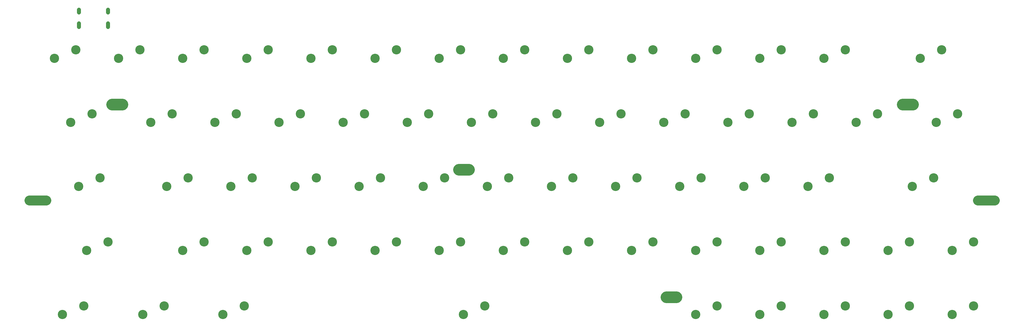
<source format=gts>
G04 Layer: TopSolderMaskLayer*
G04 EasyEDA v6.4.7, 2020-11-18T11:17:11+08:00*
G04 fbb30233ba194d4b9104cbe7c287d4b3,98eef565fa774a6b8f51c3c50c7f61d6,10*
G04 Gerber Generator version 0.2*
G04 Scale: 100 percent, Rotated: No, Reflected: No *
G04 Dimensions in millimeters *
G04 leading zeros omitted , absolute positions ,3 integer and 3 decimal *
%FSLAX33Y33*%
%MOMM*%
G90*
D02*

%ADD15C,2.999994*%
%ADD16C,3.499993*%
%ADD37C,1.203198*%
%ADD38C,2.743200*%

%LPD*%
G54D15*
G01X-666Y38251D02*
G01X4334Y38251D01*
G54D16*
G01X23884Y66841D02*
G01X26884Y66841D01*
G01X258763Y66841D02*
G01X261763Y66841D01*
G01X126873Y47431D02*
G01X129873Y47431D01*
G01X188513Y9521D02*
G01X191513Y9521D01*
G54D15*
G01X281043Y38251D02*
G01X286043Y38251D01*
G54D37*
G01X22704Y94184D02*
G01X22704Y94984D01*
G01X14064Y94184D02*
G01X14064Y94984D01*
G01X22704Y89884D02*
G01X22704Y90984D01*
G01X14064Y89884D02*
G01X14064Y90984D01*
G54D38*
G01X56792Y4302D03*
G01X63142Y6842D03*
G01X32983Y4302D03*
G01X39333Y6842D03*
G01X9173Y4302D03*
G01X15523Y6842D03*
G01X13933Y42402D03*
G01X20283Y44942D03*
G01X16312Y23352D03*
G01X22662Y25892D03*
G01X263962Y80502D03*
G01X270312Y83042D03*
G01X261582Y42402D03*
G01X267932Y44942D03*
G01X279832Y6842D03*
G01X273482Y4302D03*
G01X260782Y6842D03*
G01X254432Y4302D03*
G01X241732Y6842D03*
G01X235382Y4302D03*
G01X222692Y6842D03*
G01X216342Y4302D03*
G01X203632Y6842D03*
G01X197282Y4302D03*
G01X279832Y25892D03*
G01X273482Y23352D03*
G01X260782Y25892D03*
G01X254432Y23352D03*
G01X241732Y25892D03*
G01X235382Y23352D03*
G01X222692Y25892D03*
G01X216342Y23352D03*
G01X203632Y25892D03*
G01X197282Y23352D03*
G01X184592Y25892D03*
G01X178242Y23352D03*
G01X165532Y25892D03*
G01X159182Y23352D03*
G01X146482Y25892D03*
G01X140132Y23352D03*
G01X127442Y25892D03*
G01X121092Y23352D03*
G01X108392Y25892D03*
G01X102042Y23352D03*
G01X89342Y25892D03*
G01X82992Y23352D03*
G01X70282Y25892D03*
G01X63932Y23352D03*
G01X51232Y25892D03*
G01X44882Y23352D03*
G01X236972Y44942D03*
G01X230622Y42402D03*
G01X217922Y44942D03*
G01X211572Y42402D03*
G01X198872Y44942D03*
G01X192522Y42402D03*
G01X179822Y44942D03*
G01X173472Y42402D03*
G01X160772Y44942D03*
G01X154422Y42402D03*
G01X141722Y44942D03*
G01X135372Y42402D03*
G01X122672Y44942D03*
G01X116322Y42402D03*
G01X103622Y44942D03*
G01X97272Y42402D03*
G01X84572Y44942D03*
G01X78222Y42402D03*
G01X65522Y44943D03*
G01X59172Y42403D03*
G01X46472Y44943D03*
G01X40122Y42403D03*
G01X251262Y63992D03*
G01X244912Y61452D03*
G01X232212Y63992D03*
G01X225862Y61452D03*
G01X213162Y63992D03*
G01X206812Y61452D03*
G01X194112Y63992D03*
G01X187762Y61452D03*
G01X175062Y63992D03*
G01X168712Y61452D03*
G01X156012Y63992D03*
G01X149662Y61452D03*
G01X136962Y63992D03*
G01X130612Y61452D03*
G01X117912Y63992D03*
G01X111562Y61452D03*
G01X98862Y63992D03*
G01X92512Y61452D03*
G01X79812Y63992D03*
G01X73462Y61452D03*
G01X60762Y63992D03*
G01X54412Y61452D03*
G01X41712Y63992D03*
G01X35362Y61452D03*
G01X241742Y83042D03*
G01X235392Y80502D03*
G01X222692Y83042D03*
G01X216342Y80502D03*
G01X203642Y83042D03*
G01X197292Y80502D03*
G01X184582Y83042D03*
G01X178232Y80502D03*
G01X165532Y83042D03*
G01X159182Y80502D03*
G01X146492Y83042D03*
G01X140142Y80502D03*
G01X127442Y83042D03*
G01X121092Y80502D03*
G01X108382Y83042D03*
G01X102032Y80502D03*
G01X89332Y83042D03*
G01X82982Y80502D03*
G01X70282Y83042D03*
G01X63932Y80502D03*
G01X51243Y83042D03*
G01X44893Y80502D03*
G01X32182Y83042D03*
G01X25832Y80502D03*
G01X13143Y83042D03*
G01X6793Y80502D03*
G01X268722Y61452D03*
G01X275072Y63992D03*
G01X11553Y61452D03*
G01X17903Y63992D03*
G01X128232Y4302D03*
G01X134582Y6842D03*
M00*
M02*

</source>
